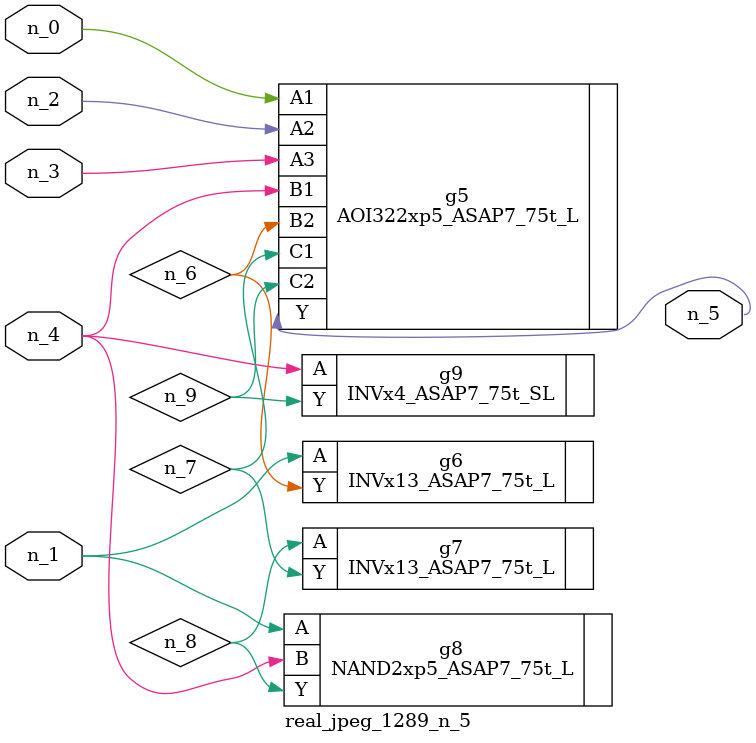
<source format=v>
module real_jpeg_1289_n_5 (n_4, n_0, n_1, n_2, n_3, n_5);

input n_4;
input n_0;
input n_1;
input n_2;
input n_3;

output n_5;

wire n_8;
wire n_6;
wire n_7;
wire n_9;

AOI322xp5_ASAP7_75t_L g5 ( 
.A1(n_0),
.A2(n_2),
.A3(n_3),
.B1(n_4),
.B2(n_6),
.C1(n_7),
.C2(n_9),
.Y(n_5)
);

INVx13_ASAP7_75t_L g6 ( 
.A(n_1),
.Y(n_6)
);

NAND2xp5_ASAP7_75t_L g8 ( 
.A(n_1),
.B(n_4),
.Y(n_8)
);

INVx4_ASAP7_75t_SL g9 ( 
.A(n_4),
.Y(n_9)
);

INVx13_ASAP7_75t_L g7 ( 
.A(n_8),
.Y(n_7)
);


endmodule
</source>
